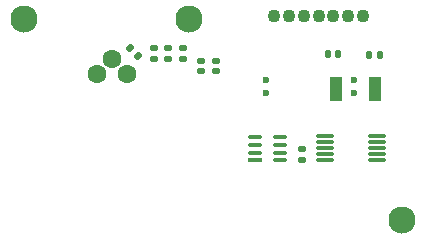
<source format=gbs>
G04*
G04 #@! TF.GenerationSoftware,Altium Limited,Altium Designer,23.3.1 (30)*
G04*
G04 Layer_Color=16711935*
%FSLAX44Y44*%
%MOMM*%
G71*
G04*
G04 #@! TF.SameCoordinates,DEEE6DAE-04B1-499B-BC7B-553C298136E7*
G04*
G04*
G04 #@! TF.FilePolarity,Negative*
G04*
G01*
G75*
G04:AMPARAMS|DCode=21|XSize=0.5mm|YSize=0.7mm|CornerRadius=0.15mm|HoleSize=0mm|Usage=FLASHONLY|Rotation=0.000|XOffset=0mm|YOffset=0mm|HoleType=Round|Shape=RoundedRectangle|*
%AMROUNDEDRECTD21*
21,1,0.5000,0.4000,0,0,0.0*
21,1,0.2000,0.7000,0,0,0.0*
1,1,0.3000,0.1000,-0.2000*
1,1,0.3000,-0.1000,-0.2000*
1,1,0.3000,-0.1000,0.2000*
1,1,0.3000,0.1000,0.2000*
%
%ADD21ROUNDEDRECTD21*%
G04:AMPARAMS|DCode=22|XSize=0.5mm|YSize=0.7mm|CornerRadius=0.15mm|HoleSize=0mm|Usage=FLASHONLY|Rotation=270.000|XOffset=0mm|YOffset=0mm|HoleType=Round|Shape=RoundedRectangle|*
%AMROUNDEDRECTD22*
21,1,0.5000,0.4000,0,0,270.0*
21,1,0.2000,0.7000,0,0,270.0*
1,1,0.3000,-0.2000,-0.1000*
1,1,0.3000,-0.2000,0.1000*
1,1,0.3000,0.2000,0.1000*
1,1,0.3000,0.2000,-0.1000*
%
%ADD22ROUNDEDRECTD22*%
%ADD27C,1.1000*%
%ADD28C,1.6000*%
%ADD29C,2.3000*%
%ADD30C,0.6000*%
G04:AMPARAMS|DCode=37|XSize=1.2052mm|YSize=0.4149mm|CornerRadius=0.2075mm|HoleSize=0mm|Usage=FLASHONLY|Rotation=0.000|XOffset=0mm|YOffset=0mm|HoleType=Round|Shape=RoundedRectangle|*
%AMROUNDEDRECTD37*
21,1,1.2052,0.0000,0,0,0.0*
21,1,0.7903,0.4149,0,0,0.0*
1,1,0.4149,0.3952,0.0000*
1,1,0.4149,-0.3952,0.0000*
1,1,0.4149,-0.3952,0.0000*
1,1,0.4149,0.3952,0.0000*
%
%ADD37ROUNDEDRECTD37*%
%ADD38R,1.2052X0.4149*%
G04:AMPARAMS|DCode=39|XSize=1.45mm|YSize=0.3mm|CornerRadius=0.0495mm|HoleSize=0mm|Usage=FLASHONLY|Rotation=180.000|XOffset=0mm|YOffset=0mm|HoleType=Round|Shape=RoundedRectangle|*
%AMROUNDEDRECTD39*
21,1,1.4500,0.2010,0,0,180.0*
21,1,1.3510,0.3000,0,0,180.0*
1,1,0.0990,-0.6755,0.1005*
1,1,0.0990,0.6755,0.1005*
1,1,0.0990,0.6755,-0.1005*
1,1,0.0990,-0.6755,-0.1005*
%
%ADD39ROUNDEDRECTD39*%
%ADD41R,1.1000X2.0500*%
G04:AMPARAMS|DCode=42|XSize=0.5mm|YSize=0.7mm|CornerRadius=0.15mm|HoleSize=0mm|Usage=FLASHONLY|Rotation=315.000|XOffset=0mm|YOffset=0mm|HoleType=Round|Shape=RoundedRectangle|*
%AMROUNDEDRECTD42*
21,1,0.5000,0.4000,0,0,315.0*
21,1,0.2000,0.7000,0,0,315.0*
1,1,0.3000,-0.0707,-0.2121*
1,1,0.3000,-0.2121,-0.0707*
1,1,0.3000,0.0707,0.2121*
1,1,0.3000,0.2121,0.0707*
%
%ADD42ROUNDEDRECTD42*%
D21*
X347500Y104750D02*
D03*
X356500D02*
D03*
X321500Y105000D02*
D03*
X312500D02*
D03*
D22*
X217500Y90750D02*
D03*
Y99750D02*
D03*
X205000Y90750D02*
D03*
Y99750D02*
D03*
X290750Y24500D02*
D03*
Y15500D02*
D03*
X165000Y110000D02*
D03*
Y101000D02*
D03*
X177500Y110000D02*
D03*
Y101000D02*
D03*
X190000D02*
D03*
Y110000D02*
D03*
D27*
X267250Y137750D02*
D03*
X279750D02*
D03*
X292250D02*
D03*
X304750D02*
D03*
X317250D02*
D03*
X329750D02*
D03*
X342250D02*
D03*
D28*
X142700Y88000D02*
D03*
X130000Y100700D02*
D03*
X117300Y88000D02*
D03*
D29*
X375000Y-35000D02*
D03*
X195000Y135000D02*
D03*
X55000D02*
D03*
D30*
X335000Y83000D02*
D03*
Y72000D02*
D03*
X260000Y83000D02*
D03*
Y72000D02*
D03*
D37*
X271750Y15250D02*
D03*
Y21750D02*
D03*
Y28250D02*
D03*
Y34750D02*
D03*
X250740D02*
D03*
Y28250D02*
D03*
Y21750D02*
D03*
D38*
Y15250D02*
D03*
D39*
X309750Y35750D02*
D03*
Y30750D02*
D03*
Y25750D02*
D03*
Y20750D02*
D03*
Y15750D02*
D03*
X353750D02*
D03*
Y20750D02*
D03*
Y25750D02*
D03*
Y30750D02*
D03*
Y35750D02*
D03*
D41*
X319750Y76000D02*
D03*
X352750D02*
D03*
D42*
X151364Y103636D02*
D03*
X145000Y110000D02*
D03*
M02*

</source>
